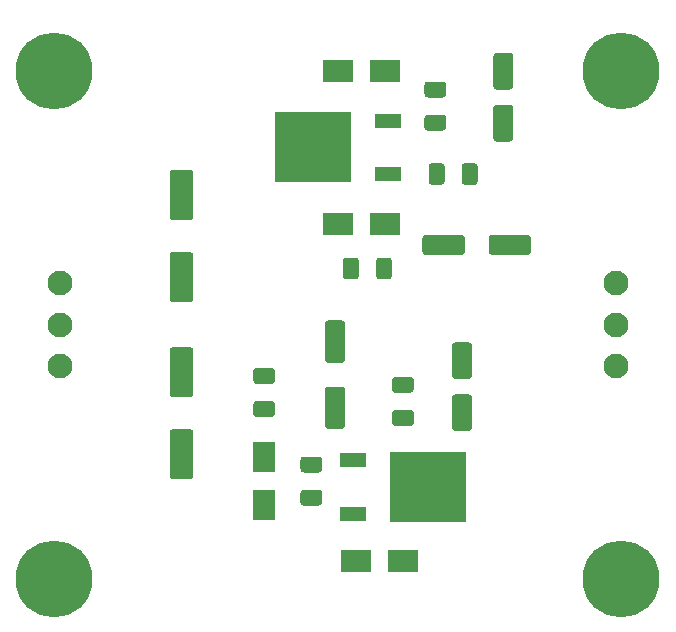
<source format=gbr>
%TF.GenerationSoftware,KiCad,Pcbnew,(5.1.6-0)*%
%TF.CreationDate,2024-01-11T20:43:49-08:00*%
%TF.ProjectId,psu_15V_reg,7073755f-3135-4565-9f72-65672e6b6963,1.0*%
%TF.SameCoordinates,Original*%
%TF.FileFunction,Soldermask,Top*%
%TF.FilePolarity,Negative*%
%FSLAX46Y46*%
G04 Gerber Fmt 4.6, Leading zero omitted, Abs format (unit mm)*
G04 Created by KiCad (PCBNEW (5.1.6-0)) date 2024-01-11 20:43:49*
%MOMM*%
%LPD*%
G01*
G04 APERTURE LIST*
%ADD10C,0.900000*%
%ADD11C,6.500000*%
%ADD12R,6.500000X5.900000*%
%ADD13R,2.300000X1.300000*%
%ADD14C,2.100000*%
%ADD15R,1.900000X2.600000*%
%ADD16R,2.600000X1.900000*%
G04 APERTURE END LIST*
D10*
%TO.C,H4*%
X110197056Y-79302944D03*
X108500000Y-78600000D03*
X106802944Y-79302944D03*
X106100000Y-81000000D03*
X106802944Y-82697056D03*
X108500000Y-83400000D03*
X110197056Y-82697056D03*
X110900000Y-81000000D03*
D11*
X108500000Y-81000000D03*
%TD*%
D10*
%TO.C,H3*%
X158197056Y-79302944D03*
X156500000Y-78600000D03*
X154802944Y-79302944D03*
X154100000Y-81000000D03*
X154802944Y-82697056D03*
X156500000Y-83400000D03*
X158197056Y-82697056D03*
X158900000Y-81000000D03*
D11*
X156500000Y-81000000D03*
%TD*%
D10*
%TO.C,H2*%
X158197056Y-122302944D03*
X156500000Y-121600000D03*
X154802944Y-122302944D03*
X154100000Y-124000000D03*
X154802944Y-125697056D03*
X156500000Y-126400000D03*
X158197056Y-125697056D03*
X158900000Y-124000000D03*
D11*
X156500000Y-124000000D03*
%TD*%
D10*
%TO.C,H1*%
X110197056Y-122302944D03*
X108500000Y-121600000D03*
X106802944Y-122302944D03*
X106100000Y-124000000D03*
X106802944Y-125697056D03*
X108500000Y-126400000D03*
X110197056Y-125697056D03*
X110900000Y-124000000D03*
D11*
X108500000Y-124000000D03*
%TD*%
%TO.C,C2*%
G36*
G01*
X142415625Y-108400000D02*
X143584375Y-108400000D01*
G75*
G02*
X143850000Y-108665625I0J-265625D01*
G01*
X143850000Y-111234375D01*
G75*
G02*
X143584375Y-111500000I-265625J0D01*
G01*
X142415625Y-111500000D01*
G75*
G02*
X142150000Y-111234375I0J265625D01*
G01*
X142150000Y-108665625D01*
G75*
G02*
X142415625Y-108400000I265625J0D01*
G01*
G37*
G36*
G01*
X142415625Y-104000000D02*
X143584375Y-104000000D01*
G75*
G02*
X143850000Y-104265625I0J-265625D01*
G01*
X143850000Y-106834375D01*
G75*
G02*
X143584375Y-107100000I-265625J0D01*
G01*
X142415625Y-107100000D01*
G75*
G02*
X142150000Y-106834375I0J265625D01*
G01*
X142150000Y-104265625D01*
G75*
G02*
X142415625Y-104000000I265625J0D01*
G01*
G37*
%TD*%
%TO.C,C1*%
G36*
G01*
X147084375Y-82600000D02*
X145915625Y-82600000D01*
G75*
G02*
X145650000Y-82334375I0J265625D01*
G01*
X145650000Y-79765625D01*
G75*
G02*
X145915625Y-79500000I265625J0D01*
G01*
X147084375Y-79500000D01*
G75*
G02*
X147350000Y-79765625I0J-265625D01*
G01*
X147350000Y-82334375D01*
G75*
G02*
X147084375Y-82600000I-265625J0D01*
G01*
G37*
G36*
G01*
X147084375Y-87000000D02*
X145915625Y-87000000D01*
G75*
G02*
X145650000Y-86734375I0J265625D01*
G01*
X145650000Y-84165625D01*
G75*
G02*
X145915625Y-83900000I265625J0D01*
G01*
X147084375Y-83900000D01*
G75*
G02*
X147350000Y-84165625I0J-265625D01*
G01*
X147350000Y-86734375D01*
G75*
G02*
X147084375Y-87000000I-265625J0D01*
G01*
G37*
%TD*%
%TO.C,R4*%
G36*
G01*
X129595000Y-116475000D02*
X130905000Y-116475000D01*
G75*
G02*
X131175000Y-116745000I0J-270000D01*
G01*
X131175000Y-117555000D01*
G75*
G02*
X130905000Y-117825000I-270000J0D01*
G01*
X129595000Y-117825000D01*
G75*
G02*
X129325000Y-117555000I0J270000D01*
G01*
X129325000Y-116745000D01*
G75*
G02*
X129595000Y-116475000I270000J0D01*
G01*
G37*
G36*
G01*
X129595000Y-113675000D02*
X130905000Y-113675000D01*
G75*
G02*
X131175000Y-113945000I0J-270000D01*
G01*
X131175000Y-114755000D01*
G75*
G02*
X130905000Y-115025000I-270000J0D01*
G01*
X129595000Y-115025000D01*
G75*
G02*
X129325000Y-114755000I0J270000D01*
G01*
X129325000Y-113945000D01*
G75*
G02*
X129595000Y-113675000I270000J0D01*
G01*
G37*
%TD*%
%TO.C,R3*%
G36*
G01*
X125595000Y-108975000D02*
X126905000Y-108975000D01*
G75*
G02*
X127175000Y-109245000I0J-270000D01*
G01*
X127175000Y-110055000D01*
G75*
G02*
X126905000Y-110325000I-270000J0D01*
G01*
X125595000Y-110325000D01*
G75*
G02*
X125325000Y-110055000I0J270000D01*
G01*
X125325000Y-109245000D01*
G75*
G02*
X125595000Y-108975000I270000J0D01*
G01*
G37*
G36*
G01*
X125595000Y-106175000D02*
X126905000Y-106175000D01*
G75*
G02*
X127175000Y-106445000I0J-270000D01*
G01*
X127175000Y-107255000D01*
G75*
G02*
X126905000Y-107525000I-270000J0D01*
G01*
X125595000Y-107525000D01*
G75*
G02*
X125325000Y-107255000I0J270000D01*
G01*
X125325000Y-106445000D01*
G75*
G02*
X125595000Y-106175000I270000J0D01*
G01*
G37*
%TD*%
%TO.C,R2*%
G36*
G01*
X142975000Y-90405000D02*
X142975000Y-89095000D01*
G75*
G02*
X143245000Y-88825000I270000J0D01*
G01*
X144055000Y-88825000D01*
G75*
G02*
X144325000Y-89095000I0J-270000D01*
G01*
X144325000Y-90405000D01*
G75*
G02*
X144055000Y-90675000I-270000J0D01*
G01*
X143245000Y-90675000D01*
G75*
G02*
X142975000Y-90405000I0J270000D01*
G01*
G37*
G36*
G01*
X140175000Y-90405000D02*
X140175000Y-89095000D01*
G75*
G02*
X140445000Y-88825000I270000J0D01*
G01*
X141255000Y-88825000D01*
G75*
G02*
X141525000Y-89095000I0J-270000D01*
G01*
X141525000Y-90405000D01*
G75*
G02*
X141255000Y-90675000I-270000J0D01*
G01*
X140445000Y-90675000D01*
G75*
G02*
X140175000Y-90405000I0J270000D01*
G01*
G37*
%TD*%
%TO.C,R1*%
G36*
G01*
X135725000Y-98405000D02*
X135725000Y-97095000D01*
G75*
G02*
X135995000Y-96825000I270000J0D01*
G01*
X136805000Y-96825000D01*
G75*
G02*
X137075000Y-97095000I0J-270000D01*
G01*
X137075000Y-98405000D01*
G75*
G02*
X136805000Y-98675000I-270000J0D01*
G01*
X135995000Y-98675000D01*
G75*
G02*
X135725000Y-98405000I0J270000D01*
G01*
G37*
G36*
G01*
X132925000Y-98405000D02*
X132925000Y-97095000D01*
G75*
G02*
X133195000Y-96825000I270000J0D01*
G01*
X134005000Y-96825000D01*
G75*
G02*
X134275000Y-97095000I0J-270000D01*
G01*
X134275000Y-98405000D01*
G75*
G02*
X134005000Y-98675000I-270000J0D01*
G01*
X133195000Y-98675000D01*
G75*
G02*
X132925000Y-98405000I0J270000D01*
G01*
G37*
%TD*%
%TO.C,C4*%
G36*
G01*
X137345000Y-109725000D02*
X138655000Y-109725000D01*
G75*
G02*
X138925000Y-109995000I0J-270000D01*
G01*
X138925000Y-110805000D01*
G75*
G02*
X138655000Y-111075000I-270000J0D01*
G01*
X137345000Y-111075000D01*
G75*
G02*
X137075000Y-110805000I0J270000D01*
G01*
X137075000Y-109995000D01*
G75*
G02*
X137345000Y-109725000I270000J0D01*
G01*
G37*
G36*
G01*
X137345000Y-106925000D02*
X138655000Y-106925000D01*
G75*
G02*
X138925000Y-107195000I0J-270000D01*
G01*
X138925000Y-108005000D01*
G75*
G02*
X138655000Y-108275000I-270000J0D01*
G01*
X137345000Y-108275000D01*
G75*
G02*
X137075000Y-108005000I0J270000D01*
G01*
X137075000Y-107195000D01*
G75*
G02*
X137345000Y-106925000I270000J0D01*
G01*
G37*
%TD*%
%TO.C,C3*%
G36*
G01*
X141405000Y-83275000D02*
X140095000Y-83275000D01*
G75*
G02*
X139825000Y-83005000I0J270000D01*
G01*
X139825000Y-82195000D01*
G75*
G02*
X140095000Y-81925000I270000J0D01*
G01*
X141405000Y-81925000D01*
G75*
G02*
X141675000Y-82195000I0J-270000D01*
G01*
X141675000Y-83005000D01*
G75*
G02*
X141405000Y-83275000I-270000J0D01*
G01*
G37*
G36*
G01*
X141405000Y-86075000D02*
X140095000Y-86075000D01*
G75*
G02*
X139825000Y-85805000I0J270000D01*
G01*
X139825000Y-84995000D01*
G75*
G02*
X140095000Y-84725000I270000J0D01*
G01*
X141405000Y-84725000D01*
G75*
G02*
X141675000Y-84995000I0J-270000D01*
G01*
X141675000Y-85805000D01*
G75*
G02*
X141405000Y-86075000I-270000J0D01*
G01*
G37*
%TD*%
D12*
%TO.C,U2*%
X140100000Y-116250000D03*
D13*
X133800000Y-118530000D03*
X133800000Y-113970000D03*
%TD*%
D12*
%TO.C,U1*%
X130400000Y-87500000D03*
D13*
X136700000Y-85220000D03*
X136700000Y-89780000D03*
%TD*%
D14*
%TO.C,J2*%
X109000000Y-106000000D03*
X109000000Y-102500000D03*
X109000000Y-99000000D03*
%TD*%
%TO.C,J1*%
X156000000Y-99000000D03*
X156000000Y-102500000D03*
X156000000Y-106000000D03*
%TD*%
D15*
%TO.C,D4*%
X126250000Y-117750000D03*
X126250000Y-113750000D03*
%TD*%
D16*
%TO.C,D3*%
X136500000Y-94000000D03*
X132500000Y-94000000D03*
%TD*%
%TO.C,D2*%
X138000000Y-122500000D03*
X134000000Y-122500000D03*
%TD*%
%TO.C,D1*%
X132500000Y-81000000D03*
X136500000Y-81000000D03*
%TD*%
%TO.C,C8*%
G36*
G01*
X118513158Y-111350000D02*
X119986842Y-111350000D01*
G75*
G02*
X120250000Y-111613158I0J-263158D01*
G01*
X120250000Y-115336842D01*
G75*
G02*
X119986842Y-115600000I-263158J0D01*
G01*
X118513158Y-115600000D01*
G75*
G02*
X118250000Y-115336842I0J263158D01*
G01*
X118250000Y-111613158D01*
G75*
G02*
X118513158Y-111350000I263158J0D01*
G01*
G37*
G36*
G01*
X118513158Y-104400000D02*
X119986842Y-104400000D01*
G75*
G02*
X120250000Y-104663158I0J-263158D01*
G01*
X120250000Y-108386842D01*
G75*
G02*
X119986842Y-108650000I-263158J0D01*
G01*
X118513158Y-108650000D01*
G75*
G02*
X118250000Y-108386842I0J263158D01*
G01*
X118250000Y-104663158D01*
G75*
G02*
X118513158Y-104400000I263158J0D01*
G01*
G37*
%TD*%
%TO.C,C7*%
G36*
G01*
X118513158Y-96350000D02*
X119986842Y-96350000D01*
G75*
G02*
X120250000Y-96613158I0J-263158D01*
G01*
X120250000Y-100336842D01*
G75*
G02*
X119986842Y-100600000I-263158J0D01*
G01*
X118513158Y-100600000D01*
G75*
G02*
X118250000Y-100336842I0J263158D01*
G01*
X118250000Y-96613158D01*
G75*
G02*
X118513158Y-96350000I263158J0D01*
G01*
G37*
G36*
G01*
X118513158Y-89400000D02*
X119986842Y-89400000D01*
G75*
G02*
X120250000Y-89663158I0J-263158D01*
G01*
X120250000Y-93386842D01*
G75*
G02*
X119986842Y-93650000I-263158J0D01*
G01*
X118513158Y-93650000D01*
G75*
G02*
X118250000Y-93386842I0J263158D01*
G01*
X118250000Y-89663158D01*
G75*
G02*
X118513158Y-89400000I263158J0D01*
G01*
G37*
%TD*%
%TO.C,C6*%
G36*
G01*
X131665625Y-107750000D02*
X132834375Y-107750000D01*
G75*
G02*
X133100000Y-108015625I0J-265625D01*
G01*
X133100000Y-111084375D01*
G75*
G02*
X132834375Y-111350000I-265625J0D01*
G01*
X131665625Y-111350000D01*
G75*
G02*
X131400000Y-111084375I0J265625D01*
G01*
X131400000Y-108015625D01*
G75*
G02*
X131665625Y-107750000I265625J0D01*
G01*
G37*
G36*
G01*
X131665625Y-102150000D02*
X132834375Y-102150000D01*
G75*
G02*
X133100000Y-102415625I0J-265625D01*
G01*
X133100000Y-105484375D01*
G75*
G02*
X132834375Y-105750000I-265625J0D01*
G01*
X131665625Y-105750000D01*
G75*
G02*
X131400000Y-105484375I0J265625D01*
G01*
X131400000Y-102415625D01*
G75*
G02*
X131665625Y-102150000I265625J0D01*
G01*
G37*
%TD*%
%TO.C,C5*%
G36*
G01*
X145250000Y-96334375D02*
X145250000Y-95165625D01*
G75*
G02*
X145515625Y-94900000I265625J0D01*
G01*
X148584375Y-94900000D01*
G75*
G02*
X148850000Y-95165625I0J-265625D01*
G01*
X148850000Y-96334375D01*
G75*
G02*
X148584375Y-96600000I-265625J0D01*
G01*
X145515625Y-96600000D01*
G75*
G02*
X145250000Y-96334375I0J265625D01*
G01*
G37*
G36*
G01*
X139650000Y-96334375D02*
X139650000Y-95165625D01*
G75*
G02*
X139915625Y-94900000I265625J0D01*
G01*
X142984375Y-94900000D01*
G75*
G02*
X143250000Y-95165625I0J-265625D01*
G01*
X143250000Y-96334375D01*
G75*
G02*
X142984375Y-96600000I-265625J0D01*
G01*
X139915625Y-96600000D01*
G75*
G02*
X139650000Y-96334375I0J265625D01*
G01*
G37*
%TD*%
M02*

</source>
